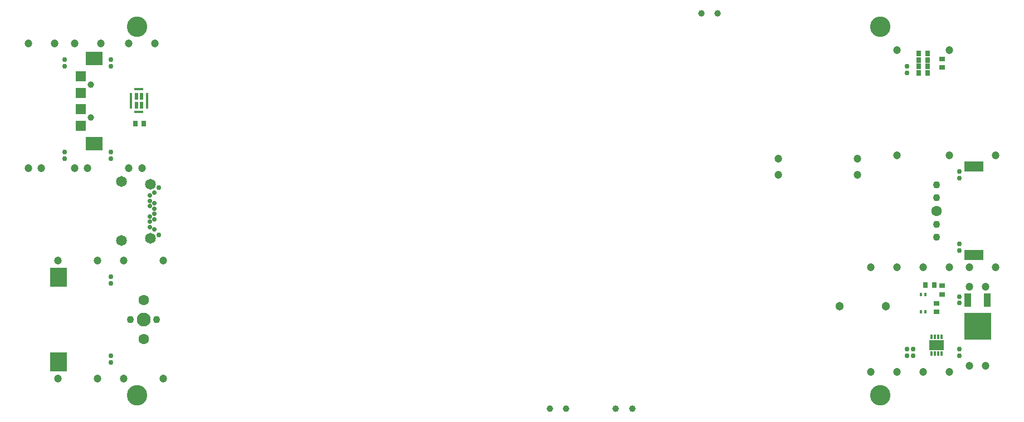
<source format=gbr>
G04 EAGLE Gerber RS-274X export*
G75*
%MOMM*%
%FSLAX34Y34*%
%LPD*%
%AMOC8*
5,1,8,0,0,1.08239X$1,22.5*%
G01*
%ADD10C,1.601600*%
%ADD11C,1.101600*%
%ADD12C,0.751600*%
%ADD13C,2.101600*%
%ADD14C,1.001600*%
%ADD15R,0.660400X0.863600*%
%ADD16C,1.301600*%
%ADD17R,0.501600X1.051600*%
%ADD18R,0.451600X2.401600*%
%ADD19R,1.401600X0.451600*%
%ADD20R,2.901600X1.601600*%
%ADD21C,0.711200*%
%ADD22C,1.641600*%
%ADD23R,0.701600X0.821600*%
%ADD24R,0.451600X0.601600*%
%ADD25R,0.863600X0.660400*%
%ADD26R,0.401600X0.701600*%
%ADD27R,2.201600X1.601600*%
%ADD28R,1.601600X1.601600*%
%ADD29R,2.601600X2.101600*%
%ADD30C,1.201600*%
%ADD31R,2.601600X2.901600*%
%ADD32R,1.101600X2.101600*%
%ADD33R,4.101600X4.101600*%
%ADD34C,3.101600*%


D10*
X1250000Y315000D03*
D11*
X1250000Y295000D03*
X1250000Y275000D03*
X1250000Y335000D03*
X1250000Y355000D03*
D12*
X-5000Y545000D03*
X-5000Y535000D03*
X-5000Y405000D03*
X-5000Y395000D03*
X-5000Y215000D03*
X-5000Y205000D03*
X-5000Y95000D03*
X-5000Y85000D03*
X1205000Y535000D03*
X1205000Y525000D03*
X1285000Y375000D03*
X1285000Y365000D03*
X1285000Y265000D03*
X1285000Y255000D03*
X1205000Y105000D03*
X1205000Y95000D03*
X1215000Y105000D03*
X1215000Y95000D03*
D13*
X45000Y150000D03*
D10*
X45000Y180000D03*
X45000Y120000D03*
D11*
X25000Y150000D03*
X65000Y150000D03*
D12*
X-75000Y395000D03*
X-75000Y405000D03*
X-75000Y535000D03*
X-75000Y545000D03*
X1285000Y185000D03*
X1285000Y175000D03*
X1285000Y95000D03*
X1285000Y105000D03*
D14*
X892500Y615500D03*
X917500Y615500D03*
X787500Y14500D03*
X762500Y14500D03*
X687500Y14500D03*
X662500Y14500D03*
D15*
X32500Y448000D03*
X45500Y448000D03*
D16*
X1103000Y170500D03*
X1173000Y170500D03*
D17*
X42000Y476250D03*
X42000Y489750D03*
X34000Y489750D03*
X34000Y476250D03*
D18*
X25500Y483000D03*
X50500Y483000D03*
D19*
X38000Y500500D03*
X38000Y465500D03*
D20*
X1307000Y383000D03*
X1307000Y248000D03*
D12*
X68250Y350750D03*
D21*
X61750Y342750D03*
X54750Y338750D03*
X54750Y330750D03*
X61750Y326750D03*
X54750Y322750D03*
X61750Y318750D03*
X61750Y310750D03*
X54750Y306750D03*
X61750Y302750D03*
X54750Y298750D03*
X54750Y290750D03*
X61750Y286750D03*
D12*
X68250Y278750D03*
D22*
X55750Y356050D03*
X55750Y273450D03*
X11850Y359650D03*
X11850Y269850D03*
D23*
X1223000Y554550D03*
X1223000Y544850D03*
X1223000Y535150D03*
X1223000Y525450D03*
X1237000Y525450D03*
X1237000Y535150D03*
X1237000Y544850D03*
X1237000Y554550D03*
D24*
X1226750Y161500D03*
X1233250Y161500D03*
X1233250Y188500D03*
X1226750Y188500D03*
D25*
X1258500Y201500D03*
X1258500Y188500D03*
X1250000Y174500D03*
X1250000Y161500D03*
D15*
X1246500Y202500D03*
X1233500Y202500D03*
D26*
X1242500Y123500D03*
X1247500Y123500D03*
X1252500Y123500D03*
X1257500Y123500D03*
X1257500Y98500D03*
X1252500Y98500D03*
X1247500Y98500D03*
X1242500Y98500D03*
D27*
X1250000Y111000D03*
D28*
X-50000Y520000D03*
X-50000Y495000D03*
X-50000Y470000D03*
X-50000Y445000D03*
D29*
X-30000Y417500D03*
X-30000Y547500D03*
D14*
X-35000Y507500D03*
X-35000Y457500D03*
D30*
X15000Y240000D03*
X75000Y240000D03*
X42500Y380000D03*
X62500Y570000D03*
X22500Y380000D03*
X22500Y570000D03*
X1190000Y400000D03*
X1150000Y230000D03*
X1190000Y230000D03*
X1150000Y70000D03*
X1190000Y70000D03*
X1190000Y560000D03*
X-40000Y380000D03*
X-60000Y380000D03*
X-20000Y570000D03*
X-60000Y570000D03*
X1270000Y400000D03*
X1230000Y230000D03*
X1270000Y230000D03*
X1230000Y70000D03*
X1270000Y70000D03*
X1270000Y560000D03*
X1340000Y230000D03*
X1300000Y230000D03*
X1340000Y400000D03*
D31*
X-84000Y214000D03*
X-84000Y86000D03*
D30*
X-90000Y570000D03*
X-130000Y570000D03*
X-110000Y380000D03*
X-130000Y380000D03*
X1325000Y80000D03*
X1325000Y200000D03*
X1300000Y200000D03*
X1130000Y395000D03*
X1010000Y395000D03*
X1010000Y370000D03*
X15000Y60000D03*
X75000Y60000D03*
X-85000Y240000D03*
X-25000Y240000D03*
X-85000Y60000D03*
X-25000Y60000D03*
D25*
X1259000Y546500D03*
X1259000Y533500D03*
D32*
X1297500Y180000D03*
X1327500Y180000D03*
D33*
X1312500Y140000D03*
D30*
X1300000Y80000D03*
X1130000Y370000D03*
D34*
X1165000Y35000D03*
X1165000Y595000D03*
X35000Y595000D03*
X35000Y35000D03*
M02*

</source>
